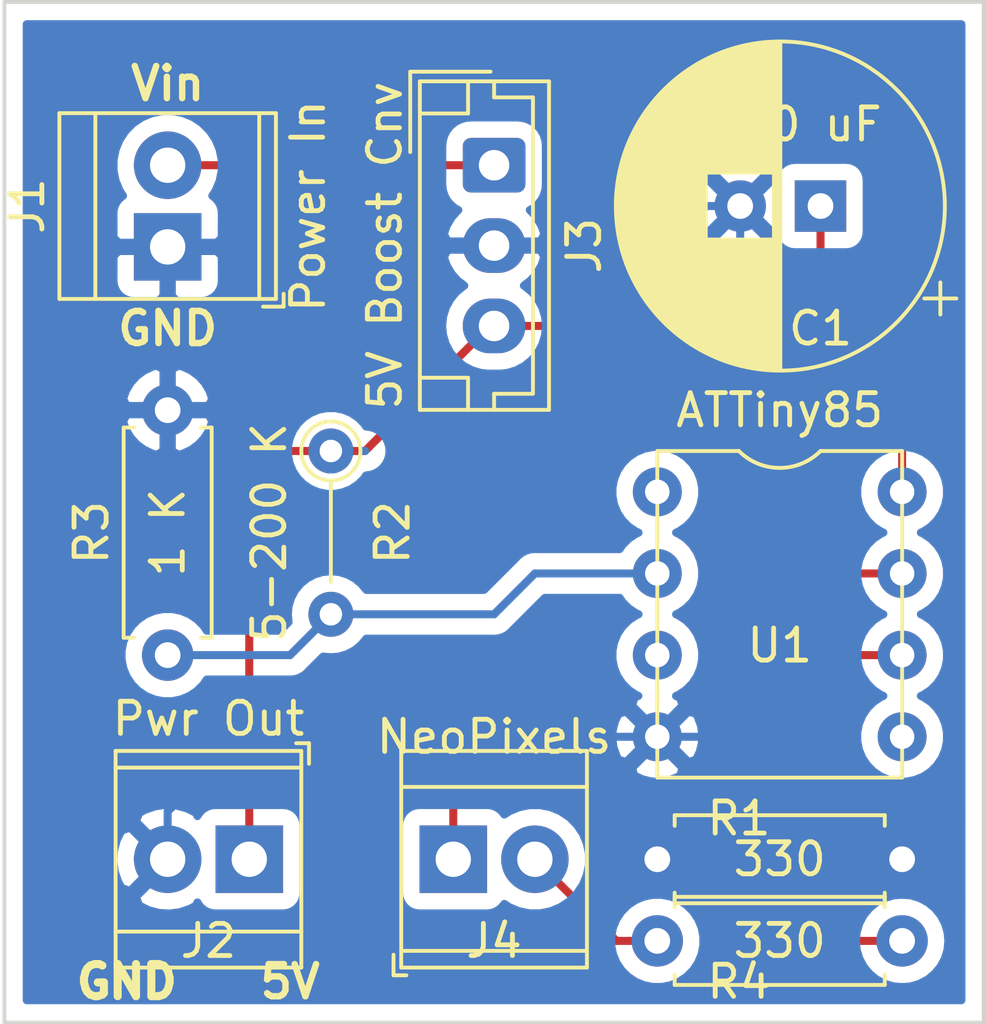
<source format=kicad_pcb>
(kicad_pcb (version 20171130) (host pcbnew "(5.1.0)-1")

  (general
    (thickness 1.6)
    (drawings 8)
    (tracks 43)
    (zones 0)
    (modules 10)
    (nets 12)
  )

  (page A4)
  (layers
    (0 F.Cu signal)
    (31 B.Cu signal)
    (32 B.Adhes user)
    (33 F.Adhes user)
    (34 B.Paste user)
    (35 F.Paste user)
    (36 B.SilkS user)
    (37 F.SilkS user)
    (38 B.Mask user)
    (39 F.Mask user)
    (40 Dwgs.User user)
    (41 Cmts.User user)
    (42 Eco1.User user)
    (43 Eco2.User user)
    (44 Edge.Cuts user)
    (45 Margin user)
    (46 B.CrtYd user)
    (47 F.CrtYd user)
    (48 B.Fab user)
    (49 F.Fab user)
  )

  (setup
    (last_trace_width 0.25)
    (trace_clearance 0.2)
    (zone_clearance 0.508)
    (zone_45_only no)
    (trace_min 0.2)
    (via_size 0.8)
    (via_drill 0.4)
    (via_min_size 0.4)
    (via_min_drill 0.3)
    (uvia_size 0.3)
    (uvia_drill 0.1)
    (uvias_allowed no)
    (uvia_min_size 0.2)
    (uvia_min_drill 0.1)
    (edge_width 0.05)
    (segment_width 0.2)
    (pcb_text_width 0.3)
    (pcb_text_size 1.5 1.5)
    (mod_edge_width 0.12)
    (mod_text_size 1 1)
    (mod_text_width 0.15)
    (pad_size 1.524 1.524)
    (pad_drill 0.762)
    (pad_to_mask_clearance 0.051)
    (solder_mask_min_width 0.25)
    (aux_axis_origin 0 0)
    (visible_elements 7FFFFFFF)
    (pcbplotparams
      (layerselection 0x010fc_ffffffff)
      (usegerberextensions false)
      (usegerberattributes false)
      (usegerberadvancedattributes false)
      (creategerberjobfile false)
      (excludeedgelayer true)
      (linewidth 0.100000)
      (plotframeref false)
      (viasonmask false)
      (mode 1)
      (useauxorigin false)
      (hpglpennumber 1)
      (hpglpenspeed 20)
      (hpglpendiameter 15.000000)
      (psnegative false)
      (psa4output false)
      (plotreference true)
      (plotvalue true)
      (plotinvisibletext false)
      (padsonsilk false)
      (subtractmaskfromsilk false)
      (outputformat 1)
      (mirror false)
      (drillshape 1)
      (scaleselection 1)
      (outputdirectory ""))
  )

  (net 0 "")
  (net 1 "Net-(C1-Pad1)")
  (net 2 GND)
  (net 3 +5V)
  (net 4 "Net-(J4-Pad1)")
  (net 5 "Net-(J4-Pad2)")
  (net 6 "Net-(R1-Pad2)")
  (net 7 "Net-(R2-Pad2)")
  (net 8 "Net-(U1-Pad5)")
  (net 9 "Net-(U1-Pad1)")
  (net 10 "Net-(U1-Pad3)")
  (net 11 "Net-(R4-Pad2)")

  (net_class Default "This is the default net class."
    (clearance 0.2)
    (trace_width 0.25)
    (via_dia 0.8)
    (via_drill 0.4)
    (uvia_dia 0.3)
    (uvia_drill 0.1)
    (add_net +5V)
    (add_net GND)
    (add_net "Net-(C1-Pad1)")
    (add_net "Net-(J4-Pad1)")
    (add_net "Net-(J4-Pad2)")
    (add_net "Net-(R1-Pad2)")
    (add_net "Net-(R2-Pad2)")
    (add_net "Net-(R4-Pad2)")
    (add_net "Net-(U1-Pad1)")
    (add_net "Net-(U1-Pad3)")
    (add_net "Net-(U1-Pad5)")
  )

  (module Resistor_THT:R_Axial_DIN0207_L6.3mm_D2.5mm_P7.62mm_Horizontal (layer F.Cu) (tedit 5AE5139B) (tstamp 5C9A1066)
    (at 76.2 104.14)
    (descr "Resistor, Axial_DIN0207 series, Axial, Horizontal, pin pitch=7.62mm, 0.25W = 1/4W, length*diameter=6.3*2.5mm^2, http://cdn-reichelt.de/documents/datenblatt/B400/1_4W%23YAG.pdf")
    (tags "Resistor Axial_DIN0207 series Axial Horizontal pin pitch 7.62mm 0.25W = 1/4W length 6.3mm diameter 2.5mm")
    (path /5C9C704A)
    (fp_text reference R4 (at 2.54 1.27) (layer F.SilkS)
      (effects (font (size 1 1) (thickness 0.15)))
    )
    (fp_text value 330 (at 3.81 0) (layer F.SilkS)
      (effects (font (size 1 1) (thickness 0.15)))
    )
    (fp_line (start 8.67 -1.5) (end -1.05 -1.5) (layer F.CrtYd) (width 0.05))
    (fp_line (start 8.67 1.5) (end 8.67 -1.5) (layer F.CrtYd) (width 0.05))
    (fp_line (start -1.05 1.5) (end 8.67 1.5) (layer F.CrtYd) (width 0.05))
    (fp_line (start -1.05 -1.5) (end -1.05 1.5) (layer F.CrtYd) (width 0.05))
    (fp_line (start 7.08 1.37) (end 7.08 1.04) (layer F.SilkS) (width 0.12))
    (fp_line (start 0.54 1.37) (end 7.08 1.37) (layer F.SilkS) (width 0.12))
    (fp_line (start 0.54 1.04) (end 0.54 1.37) (layer F.SilkS) (width 0.12))
    (fp_line (start 7.08 -1.37) (end 7.08 -1.04) (layer F.SilkS) (width 0.12))
    (fp_line (start 0.54 -1.37) (end 7.08 -1.37) (layer F.SilkS) (width 0.12))
    (fp_line (start 0.54 -1.04) (end 0.54 -1.37) (layer F.SilkS) (width 0.12))
    (fp_line (start 7.62 0) (end 6.96 0) (layer F.Fab) (width 0.1))
    (fp_line (start 0 0) (end 0.66 0) (layer F.Fab) (width 0.1))
    (fp_line (start 6.96 -1.25) (end 0.66 -1.25) (layer F.Fab) (width 0.1))
    (fp_line (start 6.96 1.25) (end 6.96 -1.25) (layer F.Fab) (width 0.1))
    (fp_line (start 0.66 1.25) (end 6.96 1.25) (layer F.Fab) (width 0.1))
    (fp_line (start 0.66 -1.25) (end 0.66 1.25) (layer F.Fab) (width 0.1))
    (pad 2 thru_hole oval (at 7.62 0) (size 1.6 1.6) (drill 0.8) (layers *.Cu *.Mask)
      (net 11 "Net-(R4-Pad2)"))
    (pad 1 thru_hole circle (at 0 0) (size 1.6 1.6) (drill 0.8) (layers *.Cu *.Mask)
      (net 5 "Net-(J4-Pad2)"))
    (model ${KISYS3DMOD}/Resistor_THT.3dshapes/R_Axial_DIN0207_L6.3mm_D2.5mm_P7.62mm_Horizontal.wrl
      (at (xyz 0 0 0))
      (scale (xyz 1 1 1))
      (rotate (xyz 0 0 0))
    )
  )

  (module Resistor_THT:R_Axial_DIN0204_L3.6mm_D1.6mm_P5.08mm_Vertical (layer F.Cu) (tedit 5AE5139B) (tstamp 5C99D7F7)
    (at 66.04 88.9 270)
    (descr "Resistor, Axial_DIN0204 series, Axial, Vertical, pin pitch=5.08mm, 0.167W, length*diameter=3.6*1.6mm^2, http://cdn-reichelt.de/documents/datenblatt/B400/1_4W%23YAG.pdf")
    (tags "Resistor Axial_DIN0204 series Axial Vertical pin pitch 5.08mm 0.167W length 3.6mm diameter 1.6mm")
    (path /5C99A799)
    (fp_text reference R2 (at 2.54 -1.92 270) (layer F.SilkS)
      (effects (font (size 1 1) (thickness 0.15)))
    )
    (fp_text value "5-200 K" (at 2.54 1.92 270) (layer F.SilkS)
      (effects (font (size 1 1) (thickness 0.15)))
    )
    (fp_circle (center 0 0) (end 0.8 0) (layer F.Fab) (width 0.1))
    (fp_circle (center 0 0) (end 0.92 0) (layer F.SilkS) (width 0.12))
    (fp_line (start 0 0) (end 5.08 0) (layer F.Fab) (width 0.1))
    (fp_line (start 0.92 0) (end 4.08 0) (layer F.SilkS) (width 0.12))
    (fp_line (start -1.05 -1.05) (end -1.05 1.05) (layer F.CrtYd) (width 0.05))
    (fp_line (start -1.05 1.05) (end 6.03 1.05) (layer F.CrtYd) (width 0.05))
    (fp_line (start 6.03 1.05) (end 6.03 -1.05) (layer F.CrtYd) (width 0.05))
    (fp_line (start 6.03 -1.05) (end -1.05 -1.05) (layer F.CrtYd) (width 0.05))
    (fp_text user %R (at 2.54 -1.92 270) (layer F.Fab)
      (effects (font (size 1 1) (thickness 0.15)))
    )
    (pad 1 thru_hole circle (at 0 0 270) (size 1.4 1.4) (drill 0.7) (layers *.Cu *.Mask)
      (net 1 "Net-(C1-Pad1)"))
    (pad 2 thru_hole oval (at 5.08 0 270) (size 1.4 1.4) (drill 0.7) (layers *.Cu *.Mask)
      (net 7 "Net-(R2-Pad2)"))
    (model ${KISYS3DMOD}/Resistor_THT.3dshapes/R_Axial_DIN0204_L3.6mm_D1.6mm_P5.08mm_Vertical.wrl
      (at (xyz 0 0 0))
      (scale (xyz 1 1 1))
      (rotate (xyz 0 0 0))
    )
  )

  (module Resistor_THT:R_Axial_DIN0207_L6.3mm_D2.5mm_P7.62mm_Horizontal (layer F.Cu) (tedit 5AE5139B) (tstamp 5C99D80E)
    (at 60.96 95.25 90)
    (descr "Resistor, Axial_DIN0207 series, Axial, Horizontal, pin pitch=7.62mm, 0.25W = 1/4W, length*diameter=6.3*2.5mm^2, http://cdn-reichelt.de/documents/datenblatt/B400/1_4W%23YAG.pdf")
    (tags "Resistor Axial_DIN0207 series Axial Horizontal pin pitch 7.62mm 0.25W = 1/4W length 6.3mm diameter 2.5mm")
    (path /5C999DDC)
    (fp_text reference R3 (at 3.81 -2.37 90) (layer F.SilkS)
      (effects (font (size 1 1) (thickness 0.15)))
    )
    (fp_text value "1 K" (at 3.81 0 90) (layer F.SilkS)
      (effects (font (size 1 1) (thickness 0.15)))
    )
    (fp_line (start 8.67 -1.5) (end -1.05 -1.5) (layer F.CrtYd) (width 0.05))
    (fp_line (start 8.67 1.5) (end 8.67 -1.5) (layer F.CrtYd) (width 0.05))
    (fp_line (start -1.05 1.5) (end 8.67 1.5) (layer F.CrtYd) (width 0.05))
    (fp_line (start -1.05 -1.5) (end -1.05 1.5) (layer F.CrtYd) (width 0.05))
    (fp_line (start 7.08 1.37) (end 7.08 1.04) (layer F.SilkS) (width 0.12))
    (fp_line (start 0.54 1.37) (end 7.08 1.37) (layer F.SilkS) (width 0.12))
    (fp_line (start 0.54 1.04) (end 0.54 1.37) (layer F.SilkS) (width 0.12))
    (fp_line (start 7.08 -1.37) (end 7.08 -1.04) (layer F.SilkS) (width 0.12))
    (fp_line (start 0.54 -1.37) (end 7.08 -1.37) (layer F.SilkS) (width 0.12))
    (fp_line (start 0.54 -1.04) (end 0.54 -1.37) (layer F.SilkS) (width 0.12))
    (fp_line (start 7.62 0) (end 6.96 0) (layer F.Fab) (width 0.1))
    (fp_line (start 0 0) (end 0.66 0) (layer F.Fab) (width 0.1))
    (fp_line (start 6.96 -1.25) (end 0.66 -1.25) (layer F.Fab) (width 0.1))
    (fp_line (start 6.96 1.25) (end 6.96 -1.25) (layer F.Fab) (width 0.1))
    (fp_line (start 0.66 1.25) (end 6.96 1.25) (layer F.Fab) (width 0.1))
    (fp_line (start 0.66 -1.25) (end 0.66 1.25) (layer F.Fab) (width 0.1))
    (pad 2 thru_hole oval (at 7.62 0 90) (size 1.6 1.6) (drill 0.8) (layers *.Cu *.Mask)
      (net 2 GND))
    (pad 1 thru_hole circle (at 0 0 90) (size 1.6 1.6) (drill 0.8) (layers *.Cu *.Mask)
      (net 7 "Net-(R2-Pad2)"))
    (model ${KISYS3DMOD}/Resistor_THT.3dshapes/R_Axial_DIN0207_L6.3mm_D2.5mm_P7.62mm_Horizontal.wrl
      (at (xyz 0 0 0))
      (scale (xyz 1 1 1))
      (rotate (xyz 0 0 0))
    )
  )

  (module Capacitor_THT:CP_Radial_D10.0mm_P2.50mm (layer F.Cu) (tedit 5AE50EF1) (tstamp 5C99D750)
    (at 81.28 81.28 180)
    (descr "CP, Radial series, Radial, pin pitch=2.50mm, , diameter=10mm, Electrolytic Capacitor")
    (tags "CP Radial series Radial pin pitch 2.50mm  diameter 10mm Electrolytic Capacitor")
    (path /5C9978B5)
    (fp_text reference C1 (at 0 -3.81 180) (layer F.SilkS)
      (effects (font (size 1 1) (thickness 0.15)))
    )
    (fp_text value "1000 uF" (at 1.27 2.54 180) (layer F.SilkS)
      (effects (font (size 1 1) (thickness 0.15)))
    )
    (fp_text user %R (at 1.25 0 180) (layer F.Fab)
      (effects (font (size 1 1) (thickness 0.15)))
    )
    (fp_line (start -3.729646 -3.375) (end -3.729646 -2.375) (layer F.SilkS) (width 0.12))
    (fp_line (start -4.229646 -2.875) (end -3.229646 -2.875) (layer F.SilkS) (width 0.12))
    (fp_line (start 6.331 -0.599) (end 6.331 0.599) (layer F.SilkS) (width 0.12))
    (fp_line (start 6.291 -0.862) (end 6.291 0.862) (layer F.SilkS) (width 0.12))
    (fp_line (start 6.251 -1.062) (end 6.251 1.062) (layer F.SilkS) (width 0.12))
    (fp_line (start 6.211 -1.23) (end 6.211 1.23) (layer F.SilkS) (width 0.12))
    (fp_line (start 6.171 -1.378) (end 6.171 1.378) (layer F.SilkS) (width 0.12))
    (fp_line (start 6.131 -1.51) (end 6.131 1.51) (layer F.SilkS) (width 0.12))
    (fp_line (start 6.091 -1.63) (end 6.091 1.63) (layer F.SilkS) (width 0.12))
    (fp_line (start 6.051 -1.742) (end 6.051 1.742) (layer F.SilkS) (width 0.12))
    (fp_line (start 6.011 -1.846) (end 6.011 1.846) (layer F.SilkS) (width 0.12))
    (fp_line (start 5.971 -1.944) (end 5.971 1.944) (layer F.SilkS) (width 0.12))
    (fp_line (start 5.931 -2.037) (end 5.931 2.037) (layer F.SilkS) (width 0.12))
    (fp_line (start 5.891 -2.125) (end 5.891 2.125) (layer F.SilkS) (width 0.12))
    (fp_line (start 5.851 -2.209) (end 5.851 2.209) (layer F.SilkS) (width 0.12))
    (fp_line (start 5.811 -2.289) (end 5.811 2.289) (layer F.SilkS) (width 0.12))
    (fp_line (start 5.771 -2.365) (end 5.771 2.365) (layer F.SilkS) (width 0.12))
    (fp_line (start 5.731 -2.439) (end 5.731 2.439) (layer F.SilkS) (width 0.12))
    (fp_line (start 5.691 -2.51) (end 5.691 2.51) (layer F.SilkS) (width 0.12))
    (fp_line (start 5.651 -2.579) (end 5.651 2.579) (layer F.SilkS) (width 0.12))
    (fp_line (start 5.611 -2.645) (end 5.611 2.645) (layer F.SilkS) (width 0.12))
    (fp_line (start 5.571 -2.709) (end 5.571 2.709) (layer F.SilkS) (width 0.12))
    (fp_line (start 5.531 -2.77) (end 5.531 2.77) (layer F.SilkS) (width 0.12))
    (fp_line (start 5.491 -2.83) (end 5.491 2.83) (layer F.SilkS) (width 0.12))
    (fp_line (start 5.451 -2.889) (end 5.451 2.889) (layer F.SilkS) (width 0.12))
    (fp_line (start 5.411 -2.945) (end 5.411 2.945) (layer F.SilkS) (width 0.12))
    (fp_line (start 5.371 -3) (end 5.371 3) (layer F.SilkS) (width 0.12))
    (fp_line (start 5.331 -3.054) (end 5.331 3.054) (layer F.SilkS) (width 0.12))
    (fp_line (start 5.291 -3.106) (end 5.291 3.106) (layer F.SilkS) (width 0.12))
    (fp_line (start 5.251 -3.156) (end 5.251 3.156) (layer F.SilkS) (width 0.12))
    (fp_line (start 5.211 -3.206) (end 5.211 3.206) (layer F.SilkS) (width 0.12))
    (fp_line (start 5.171 -3.254) (end 5.171 3.254) (layer F.SilkS) (width 0.12))
    (fp_line (start 5.131 -3.301) (end 5.131 3.301) (layer F.SilkS) (width 0.12))
    (fp_line (start 5.091 -3.347) (end 5.091 3.347) (layer F.SilkS) (width 0.12))
    (fp_line (start 5.051 -3.392) (end 5.051 3.392) (layer F.SilkS) (width 0.12))
    (fp_line (start 5.011 -3.436) (end 5.011 3.436) (layer F.SilkS) (width 0.12))
    (fp_line (start 4.971 -3.478) (end 4.971 3.478) (layer F.SilkS) (width 0.12))
    (fp_line (start 4.931 -3.52) (end 4.931 3.52) (layer F.SilkS) (width 0.12))
    (fp_line (start 4.891 -3.561) (end 4.891 3.561) (layer F.SilkS) (width 0.12))
    (fp_line (start 4.851 -3.601) (end 4.851 3.601) (layer F.SilkS) (width 0.12))
    (fp_line (start 4.811 -3.64) (end 4.811 3.64) (layer F.SilkS) (width 0.12))
    (fp_line (start 4.771 -3.679) (end 4.771 3.679) (layer F.SilkS) (width 0.12))
    (fp_line (start 4.731 -3.716) (end 4.731 3.716) (layer F.SilkS) (width 0.12))
    (fp_line (start 4.691 -3.753) (end 4.691 3.753) (layer F.SilkS) (width 0.12))
    (fp_line (start 4.651 -3.789) (end 4.651 3.789) (layer F.SilkS) (width 0.12))
    (fp_line (start 4.611 -3.824) (end 4.611 3.824) (layer F.SilkS) (width 0.12))
    (fp_line (start 4.571 -3.858) (end 4.571 3.858) (layer F.SilkS) (width 0.12))
    (fp_line (start 4.531 -3.892) (end 4.531 3.892) (layer F.SilkS) (width 0.12))
    (fp_line (start 4.491 -3.925) (end 4.491 3.925) (layer F.SilkS) (width 0.12))
    (fp_line (start 4.451 -3.957) (end 4.451 3.957) (layer F.SilkS) (width 0.12))
    (fp_line (start 4.411 -3.989) (end 4.411 3.989) (layer F.SilkS) (width 0.12))
    (fp_line (start 4.371 -4.02) (end 4.371 4.02) (layer F.SilkS) (width 0.12))
    (fp_line (start 4.331 -4.05) (end 4.331 4.05) (layer F.SilkS) (width 0.12))
    (fp_line (start 4.291 -4.08) (end 4.291 4.08) (layer F.SilkS) (width 0.12))
    (fp_line (start 4.251 -4.11) (end 4.251 4.11) (layer F.SilkS) (width 0.12))
    (fp_line (start 4.211 -4.138) (end 4.211 4.138) (layer F.SilkS) (width 0.12))
    (fp_line (start 4.171 -4.166) (end 4.171 4.166) (layer F.SilkS) (width 0.12))
    (fp_line (start 4.131 -4.194) (end 4.131 4.194) (layer F.SilkS) (width 0.12))
    (fp_line (start 4.091 -4.221) (end 4.091 4.221) (layer F.SilkS) (width 0.12))
    (fp_line (start 4.051 -4.247) (end 4.051 4.247) (layer F.SilkS) (width 0.12))
    (fp_line (start 4.011 -4.273) (end 4.011 4.273) (layer F.SilkS) (width 0.12))
    (fp_line (start 3.971 -4.298) (end 3.971 4.298) (layer F.SilkS) (width 0.12))
    (fp_line (start 3.931 -4.323) (end 3.931 4.323) (layer F.SilkS) (width 0.12))
    (fp_line (start 3.891 -4.347) (end 3.891 4.347) (layer F.SilkS) (width 0.12))
    (fp_line (start 3.851 -4.371) (end 3.851 4.371) (layer F.SilkS) (width 0.12))
    (fp_line (start 3.811 -4.395) (end 3.811 4.395) (layer F.SilkS) (width 0.12))
    (fp_line (start 3.771 -4.417) (end 3.771 4.417) (layer F.SilkS) (width 0.12))
    (fp_line (start 3.731 -4.44) (end 3.731 4.44) (layer F.SilkS) (width 0.12))
    (fp_line (start 3.691 -4.462) (end 3.691 4.462) (layer F.SilkS) (width 0.12))
    (fp_line (start 3.651 -4.483) (end 3.651 4.483) (layer F.SilkS) (width 0.12))
    (fp_line (start 3.611 -4.504) (end 3.611 4.504) (layer F.SilkS) (width 0.12))
    (fp_line (start 3.571 -4.525) (end 3.571 4.525) (layer F.SilkS) (width 0.12))
    (fp_line (start 3.531 1.04) (end 3.531 4.545) (layer F.SilkS) (width 0.12))
    (fp_line (start 3.531 -4.545) (end 3.531 -1.04) (layer F.SilkS) (width 0.12))
    (fp_line (start 3.491 1.04) (end 3.491 4.564) (layer F.SilkS) (width 0.12))
    (fp_line (start 3.491 -4.564) (end 3.491 -1.04) (layer F.SilkS) (width 0.12))
    (fp_line (start 3.451 1.04) (end 3.451 4.584) (layer F.SilkS) (width 0.12))
    (fp_line (start 3.451 -4.584) (end 3.451 -1.04) (layer F.SilkS) (width 0.12))
    (fp_line (start 3.411 1.04) (end 3.411 4.603) (layer F.SilkS) (width 0.12))
    (fp_line (start 3.411 -4.603) (end 3.411 -1.04) (layer F.SilkS) (width 0.12))
    (fp_line (start 3.371 1.04) (end 3.371 4.621) (layer F.SilkS) (width 0.12))
    (fp_line (start 3.371 -4.621) (end 3.371 -1.04) (layer F.SilkS) (width 0.12))
    (fp_line (start 3.331 1.04) (end 3.331 4.639) (layer F.SilkS) (width 0.12))
    (fp_line (start 3.331 -4.639) (end 3.331 -1.04) (layer F.SilkS) (width 0.12))
    (fp_line (start 3.291 1.04) (end 3.291 4.657) (layer F.SilkS) (width 0.12))
    (fp_line (start 3.291 -4.657) (end 3.291 -1.04) (layer F.SilkS) (width 0.12))
    (fp_line (start 3.251 1.04) (end 3.251 4.674) (layer F.SilkS) (width 0.12))
    (fp_line (start 3.251 -4.674) (end 3.251 -1.04) (layer F.SilkS) (width 0.12))
    (fp_line (start 3.211 1.04) (end 3.211 4.69) (layer F.SilkS) (width 0.12))
    (fp_line (start 3.211 -4.69) (end 3.211 -1.04) (layer F.SilkS) (width 0.12))
    (fp_line (start 3.171 1.04) (end 3.171 4.707) (layer F.SilkS) (width 0.12))
    (fp_line (start 3.171 -4.707) (end 3.171 -1.04) (layer F.SilkS) (width 0.12))
    (fp_line (start 3.131 1.04) (end 3.131 4.723) (layer F.SilkS) (width 0.12))
    (fp_line (start 3.131 -4.723) (end 3.131 -1.04) (layer F.SilkS) (width 0.12))
    (fp_line (start 3.091 1.04) (end 3.091 4.738) (layer F.SilkS) (width 0.12))
    (fp_line (start 3.091 -4.738) (end 3.091 -1.04) (layer F.SilkS) (width 0.12))
    (fp_line (start 3.051 1.04) (end 3.051 4.754) (layer F.SilkS) (width 0.12))
    (fp_line (start 3.051 -4.754) (end 3.051 -1.04) (layer F.SilkS) (width 0.12))
    (fp_line (start 3.011 1.04) (end 3.011 4.768) (layer F.SilkS) (width 0.12))
    (fp_line (start 3.011 -4.768) (end 3.011 -1.04) (layer F.SilkS) (width 0.12))
    (fp_line (start 2.971 1.04) (end 2.971 4.783) (layer F.SilkS) (width 0.12))
    (fp_line (start 2.971 -4.783) (end 2.971 -1.04) (layer F.SilkS) (width 0.12))
    (fp_line (start 2.931 1.04) (end 2.931 4.797) (layer F.SilkS) (width 0.12))
    (fp_line (start 2.931 -4.797) (end 2.931 -1.04) (layer F.SilkS) (width 0.12))
    (fp_line (start 2.891 1.04) (end 2.891 4.811) (layer F.SilkS) (width 0.12))
    (fp_line (start 2.891 -4.811) (end 2.891 -1.04) (layer F.SilkS) (width 0.12))
    (fp_line (start 2.851 1.04) (end 2.851 4.824) (layer F.SilkS) (width 0.12))
    (fp_line (start 2.851 -4.824) (end 2.851 -1.04) (layer F.SilkS) (width 0.12))
    (fp_line (start 2.811 1.04) (end 2.811 4.837) (layer F.SilkS) (width 0.12))
    (fp_line (start 2.811 -4.837) (end 2.811 -1.04) (layer F.SilkS) (width 0.12))
    (fp_line (start 2.771 1.04) (end 2.771 4.85) (layer F.SilkS) (width 0.12))
    (fp_line (start 2.771 -4.85) (end 2.771 -1.04) (layer F.SilkS) (width 0.12))
    (fp_line (start 2.731 1.04) (end 2.731 4.862) (layer F.SilkS) (width 0.12))
    (fp_line (start 2.731 -4.862) (end 2.731 -1.04) (layer F.SilkS) (width 0.12))
    (fp_line (start 2.691 1.04) (end 2.691 4.874) (layer F.SilkS) (width 0.12))
    (fp_line (start 2.691 -4.874) (end 2.691 -1.04) (layer F.SilkS) (width 0.12))
    (fp_line (start 2.651 1.04) (end 2.651 4.885) (layer F.SilkS) (width 0.12))
    (fp_line (start 2.651 -4.885) (end 2.651 -1.04) (layer F.SilkS) (width 0.12))
    (fp_line (start 2.611 1.04) (end 2.611 4.897) (layer F.SilkS) (width 0.12))
    (fp_line (start 2.611 -4.897) (end 2.611 -1.04) (layer F.SilkS) (width 0.12))
    (fp_line (start 2.571 1.04) (end 2.571 4.907) (layer F.SilkS) (width 0.12))
    (fp_line (start 2.571 -4.907) (end 2.571 -1.04) (layer F.SilkS) (width 0.12))
    (fp_line (start 2.531 1.04) (end 2.531 4.918) (layer F.SilkS) (width 0.12))
    (fp_line (start 2.531 -4.918) (end 2.531 -1.04) (layer F.SilkS) (width 0.12))
    (fp_line (start 2.491 1.04) (end 2.491 4.928) (layer F.SilkS) (width 0.12))
    (fp_line (start 2.491 -4.928) (end 2.491 -1.04) (layer F.SilkS) (width 0.12))
    (fp_line (start 2.451 1.04) (end 2.451 4.938) (layer F.SilkS) (width 0.12))
    (fp_line (start 2.451 -4.938) (end 2.451 -1.04) (layer F.SilkS) (width 0.12))
    (fp_line (start 2.411 1.04) (end 2.411 4.947) (layer F.SilkS) (width 0.12))
    (fp_line (start 2.411 -4.947) (end 2.411 -1.04) (layer F.SilkS) (width 0.12))
    (fp_line (start 2.371 1.04) (end 2.371 4.956) (layer F.SilkS) (width 0.12))
    (fp_line (start 2.371 -4.956) (end 2.371 -1.04) (layer F.SilkS) (width 0.12))
    (fp_line (start 2.331 1.04) (end 2.331 4.965) (layer F.SilkS) (width 0.12))
    (fp_line (start 2.331 -4.965) (end 2.331 -1.04) (layer F.SilkS) (width 0.12))
    (fp_line (start 2.291 1.04) (end 2.291 4.974) (layer F.SilkS) (width 0.12))
    (fp_line (start 2.291 -4.974) (end 2.291 -1.04) (layer F.SilkS) (width 0.12))
    (fp_line (start 2.251 1.04) (end 2.251 4.982) (layer F.SilkS) (width 0.12))
    (fp_line (start 2.251 -4.982) (end 2.251 -1.04) (layer F.SilkS) (width 0.12))
    (fp_line (start 2.211 1.04) (end 2.211 4.99) (layer F.SilkS) (width 0.12))
    (fp_line (start 2.211 -4.99) (end 2.211 -1.04) (layer F.SilkS) (width 0.12))
    (fp_line (start 2.171 1.04) (end 2.171 4.997) (layer F.SilkS) (width 0.12))
    (fp_line (start 2.171 -4.997) (end 2.171 -1.04) (layer F.SilkS) (width 0.12))
    (fp_line (start 2.131 1.04) (end 2.131 5.004) (layer F.SilkS) (width 0.12))
    (fp_line (start 2.131 -5.004) (end 2.131 -1.04) (layer F.SilkS) (width 0.12))
    (fp_line (start 2.091 1.04) (end 2.091 5.011) (layer F.SilkS) (width 0.12))
    (fp_line (start 2.091 -5.011) (end 2.091 -1.04) (layer F.SilkS) (width 0.12))
    (fp_line (start 2.051 1.04) (end 2.051 5.018) (layer F.SilkS) (width 0.12))
    (fp_line (start 2.051 -5.018) (end 2.051 -1.04) (layer F.SilkS) (width 0.12))
    (fp_line (start 2.011 1.04) (end 2.011 5.024) (layer F.SilkS) (width 0.12))
    (fp_line (start 2.011 -5.024) (end 2.011 -1.04) (layer F.SilkS) (width 0.12))
    (fp_line (start 1.971 1.04) (end 1.971 5.03) (layer F.SilkS) (width 0.12))
    (fp_line (start 1.971 -5.03) (end 1.971 -1.04) (layer F.SilkS) (width 0.12))
    (fp_line (start 1.93 1.04) (end 1.93 5.035) (layer F.SilkS) (width 0.12))
    (fp_line (start 1.93 -5.035) (end 1.93 -1.04) (layer F.SilkS) (width 0.12))
    (fp_line (start 1.89 1.04) (end 1.89 5.04) (layer F.SilkS) (width 0.12))
    (fp_line (start 1.89 -5.04) (end 1.89 -1.04) (layer F.SilkS) (width 0.12))
    (fp_line (start 1.85 1.04) (end 1.85 5.045) (layer F.SilkS) (width 0.12))
    (fp_line (start 1.85 -5.045) (end 1.85 -1.04) (layer F.SilkS) (width 0.12))
    (fp_line (start 1.81 1.04) (end 1.81 5.05) (layer F.SilkS) (width 0.12))
    (fp_line (start 1.81 -5.05) (end 1.81 -1.04) (layer F.SilkS) (width 0.12))
    (fp_line (start 1.77 1.04) (end 1.77 5.054) (layer F.SilkS) (width 0.12))
    (fp_line (start 1.77 -5.054) (end 1.77 -1.04) (layer F.SilkS) (width 0.12))
    (fp_line (start 1.73 1.04) (end 1.73 5.058) (layer F.SilkS) (width 0.12))
    (fp_line (start 1.73 -5.058) (end 1.73 -1.04) (layer F.SilkS) (width 0.12))
    (fp_line (start 1.69 1.04) (end 1.69 5.062) (layer F.SilkS) (width 0.12))
    (fp_line (start 1.69 -5.062) (end 1.69 -1.04) (layer F.SilkS) (width 0.12))
    (fp_line (start 1.65 1.04) (end 1.65 5.065) (layer F.SilkS) (width 0.12))
    (fp_line (start 1.65 -5.065) (end 1.65 -1.04) (layer F.SilkS) (width 0.12))
    (fp_line (start 1.61 1.04) (end 1.61 5.068) (layer F.SilkS) (width 0.12))
    (fp_line (start 1.61 -5.068) (end 1.61 -1.04) (layer F.SilkS) (width 0.12))
    (fp_line (start 1.57 1.04) (end 1.57 5.07) (layer F.SilkS) (width 0.12))
    (fp_line (start 1.57 -5.07) (end 1.57 -1.04) (layer F.SilkS) (width 0.12))
    (fp_line (start 1.53 1.04) (end 1.53 5.073) (layer F.SilkS) (width 0.12))
    (fp_line (start 1.53 -5.073) (end 1.53 -1.04) (layer F.SilkS) (width 0.12))
    (fp_line (start 1.49 1.04) (end 1.49 5.075) (layer F.SilkS) (width 0.12))
    (fp_line (start 1.49 -5.075) (end 1.49 -1.04) (layer F.SilkS) (width 0.12))
    (fp_line (start 1.45 -5.077) (end 1.45 5.077) (layer F.SilkS) (width 0.12))
    (fp_line (start 1.41 -5.078) (end 1.41 5.078) (layer F.SilkS) (width 0.12))
    (fp_line (start 1.37 -5.079) (end 1.37 5.079) (layer F.SilkS) (width 0.12))
    (fp_line (start 1.33 -5.08) (end 1.33 5.08) (layer F.SilkS) (width 0.12))
    (fp_line (start 1.29 -5.08) (end 1.29 5.08) (layer F.SilkS) (width 0.12))
    (fp_line (start 1.25 -5.08) (end 1.25 5.08) (layer F.SilkS) (width 0.12))
    (fp_line (start -2.538861 -2.6875) (end -2.538861 -1.6875) (layer F.Fab) (width 0.1))
    (fp_line (start -3.038861 -2.1875) (end -2.038861 -2.1875) (layer F.Fab) (width 0.1))
    (fp_circle (center 1.25 0) (end 6.5 0) (layer F.CrtYd) (width 0.05))
    (fp_circle (center 1.25 0) (end 6.37 0) (layer F.SilkS) (width 0.12))
    (fp_circle (center 1.25 0) (end 6.25 0) (layer F.Fab) (width 0.1))
    (pad 2 thru_hole circle (at 2.5 0 180) (size 1.6 1.6) (drill 0.8) (layers *.Cu *.Mask)
      (net 2 GND))
    (pad 1 thru_hole rect (at 0 0 180) (size 1.6 1.6) (drill 0.8) (layers *.Cu *.Mask)
      (net 1 "Net-(C1-Pad1)"))
    (model ${KISYS3DMOD}/Capacitor_THT.3dshapes/CP_Radial_D10.0mm_P2.50mm.wrl
      (at (xyz 0 0 0))
      (scale (xyz 1 1 1))
      (rotate (xyz 0 0 0))
    )
  )

  (module TerminalBlock_TE-Connectivity:TerminalBlock_TE_282834-2_1x02_P2.54mm_Horizontal (layer F.Cu) (tedit 5B1EC513) (tstamp 5C99D770)
    (at 60.96 82.55 90)
    (descr "Terminal Block TE 282834-2, 2 pins, pitch 2.54mm, size 5.54x6.5mm^2, drill diamater 1.1mm, pad diameter 2.1mm, see http://www.te.com/commerce/DocumentDelivery/DDEController?Action=showdoc&DocId=Customer+Drawing%7F282834%7FC1%7Fpdf%7FEnglish%7FENG_CD_282834_C1.pdf, script-generated using https://github.com/pointhi/kicad-footprint-generator/scripts/TerminalBlock_TE-Connectivity")
    (tags "THT Terminal Block TE 282834-2 pitch 2.54mm size 5.54x6.5mm^2 drill 1.1mm pad 2.1mm")
    (path /5C998BEF)
    (fp_text reference J1 (at 1.27 -4.37 90) (layer F.SilkS)
      (effects (font (size 1 1) (thickness 0.15)))
    )
    (fp_text value "Power In" (at 1.27 4.37 90) (layer F.SilkS)
      (effects (font (size 1 1) (thickness 0.15)))
    )
    (fp_circle (center 0 0) (end 1.1 0) (layer F.Fab) (width 0.1))
    (fp_circle (center 2.54 0) (end 3.64 0) (layer F.Fab) (width 0.1))
    (fp_line (start -1.5 -3.25) (end 4.04 -3.25) (layer F.Fab) (width 0.1))
    (fp_line (start 4.04 -3.25) (end 4.04 3.25) (layer F.Fab) (width 0.1))
    (fp_line (start 4.04 3.25) (end -1.1 3.25) (layer F.Fab) (width 0.1))
    (fp_line (start -1.1 3.25) (end -1.5 2.85) (layer F.Fab) (width 0.1))
    (fp_line (start -1.5 2.85) (end -1.5 -3.25) (layer F.Fab) (width 0.1))
    (fp_line (start -1.5 2.85) (end 4.04 2.85) (layer F.Fab) (width 0.1))
    (fp_line (start -1.62 2.85) (end 4.16 2.85) (layer F.SilkS) (width 0.12))
    (fp_line (start -1.5 -2.25) (end 4.04 -2.25) (layer F.Fab) (width 0.1))
    (fp_line (start -1.62 -2.25) (end 4.16 -2.25) (layer F.SilkS) (width 0.12))
    (fp_line (start -1.62 -3.37) (end 4.16 -3.37) (layer F.SilkS) (width 0.12))
    (fp_line (start -1.62 3.37) (end 4.16 3.37) (layer F.SilkS) (width 0.12))
    (fp_line (start -1.62 -3.37) (end -1.62 3.37) (layer F.SilkS) (width 0.12))
    (fp_line (start 4.16 -3.37) (end 4.16 3.37) (layer F.SilkS) (width 0.12))
    (fp_line (start 0.835 -0.7) (end -0.701 0.835) (layer F.Fab) (width 0.1))
    (fp_line (start 0.701 -0.835) (end -0.835 0.7) (layer F.Fab) (width 0.1))
    (fp_line (start 3.375 -0.7) (end 1.84 0.835) (layer F.Fab) (width 0.1))
    (fp_line (start 3.241 -0.835) (end 1.706 0.7) (layer F.Fab) (width 0.1))
    (fp_line (start -1.86 2.97) (end -1.86 3.61) (layer F.SilkS) (width 0.12))
    (fp_line (start -1.86 3.61) (end -1.46 3.61) (layer F.SilkS) (width 0.12))
    (fp_line (start -2 -3.75) (end -2 3.75) (layer F.CrtYd) (width 0.05))
    (fp_line (start -2 3.75) (end 4.54 3.75) (layer F.CrtYd) (width 0.05))
    (fp_line (start 4.54 3.75) (end 4.54 -3.75) (layer F.CrtYd) (width 0.05))
    (fp_line (start 4.54 -3.75) (end -2 -3.75) (layer F.CrtYd) (width 0.05))
    (fp_text user %R (at 1.27 2 90) (layer F.Fab)
      (effects (font (size 1 1) (thickness 0.15)))
    )
    (pad 1 thru_hole rect (at 0 0 90) (size 2.1 2.1) (drill 1.1) (layers *.Cu *.Mask)
      (net 2 GND))
    (pad 2 thru_hole circle (at 2.54 0 90) (size 2.1 2.1) (drill 1.1) (layers *.Cu *.Mask)
      (net 3 +5V))
    (model ${KISYS3DMOD}/TerminalBlock_TE-Connectivity.3dshapes/TerminalBlock_TE_282834-2_1x02_P2.54mm_Horizontal.wrl
      (at (xyz 0 0 0))
      (scale (xyz 1 1 1))
      (rotate (xyz 0 0 0))
    )
  )

  (module TerminalBlock_TE-Connectivity:TerminalBlock_TE_282834-2_1x02_P2.54mm_Horizontal (layer F.Cu) (tedit 5B1EC513) (tstamp 5C99D790)
    (at 63.5 101.6 180)
    (descr "Terminal Block TE 282834-2, 2 pins, pitch 2.54mm, size 5.54x6.5mm^2, drill diamater 1.1mm, pad diameter 2.1mm, see http://www.te.com/commerce/DocumentDelivery/DDEController?Action=showdoc&DocId=Customer+Drawing%7F282834%7FC1%7Fpdf%7FEnglish%7FENG_CD_282834_C1.pdf, script-generated using https://github.com/pointhi/kicad-footprint-generator/scripts/TerminalBlock_TE-Connectivity")
    (tags "THT Terminal Block TE 282834-2 pitch 2.54mm size 5.54x6.5mm^2 drill 1.1mm pad 2.1mm")
    (path /5C999098)
    (fp_text reference J2 (at 1.27 -2.54 180) (layer F.SilkS)
      (effects (font (size 1 1) (thickness 0.15)))
    )
    (fp_text value "Pwr Out" (at 1.27 4.37 180) (layer F.SilkS)
      (effects (font (size 1 1) (thickness 0.15)))
    )
    (fp_line (start 4.54 -3.75) (end -2 -3.75) (layer F.CrtYd) (width 0.05))
    (fp_line (start 4.54 3.75) (end 4.54 -3.75) (layer F.CrtYd) (width 0.05))
    (fp_line (start -2 3.75) (end 4.54 3.75) (layer F.CrtYd) (width 0.05))
    (fp_line (start -2 -3.75) (end -2 3.75) (layer F.CrtYd) (width 0.05))
    (fp_line (start -1.86 3.61) (end -1.46 3.61) (layer F.SilkS) (width 0.12))
    (fp_line (start -1.86 2.97) (end -1.86 3.61) (layer F.SilkS) (width 0.12))
    (fp_line (start 3.241 -0.835) (end 1.706 0.7) (layer F.Fab) (width 0.1))
    (fp_line (start 3.375 -0.7) (end 1.84 0.835) (layer F.Fab) (width 0.1))
    (fp_line (start 0.701 -0.835) (end -0.835 0.7) (layer F.Fab) (width 0.1))
    (fp_line (start 0.835 -0.7) (end -0.701 0.835) (layer F.Fab) (width 0.1))
    (fp_line (start 4.16 -3.37) (end 4.16 3.37) (layer F.SilkS) (width 0.12))
    (fp_line (start -1.62 -3.37) (end -1.62 3.37) (layer F.SilkS) (width 0.12))
    (fp_line (start -1.62 3.37) (end 4.16 3.37) (layer F.SilkS) (width 0.12))
    (fp_line (start -1.62 -3.37) (end 4.16 -3.37) (layer F.SilkS) (width 0.12))
    (fp_line (start -1.62 -2.25) (end 4.16 -2.25) (layer F.SilkS) (width 0.12))
    (fp_line (start -1.5 -2.25) (end 4.04 -2.25) (layer F.Fab) (width 0.1))
    (fp_line (start -1.62 2.85) (end 4.16 2.85) (layer F.SilkS) (width 0.12))
    (fp_line (start -1.5 2.85) (end 4.04 2.85) (layer F.Fab) (width 0.1))
    (fp_line (start -1.5 2.85) (end -1.5 -3.25) (layer F.Fab) (width 0.1))
    (fp_line (start -1.1 3.25) (end -1.5 2.85) (layer F.Fab) (width 0.1))
    (fp_line (start 4.04 3.25) (end -1.1 3.25) (layer F.Fab) (width 0.1))
    (fp_line (start 4.04 -3.25) (end 4.04 3.25) (layer F.Fab) (width 0.1))
    (fp_line (start -1.5 -3.25) (end 4.04 -3.25) (layer F.Fab) (width 0.1))
    (fp_circle (center 2.54 0) (end 3.64 0) (layer F.Fab) (width 0.1))
    (fp_circle (center 0 0) (end 1.1 0) (layer F.Fab) (width 0.1))
    (pad 2 thru_hole circle (at 2.54 0 180) (size 2.1 2.1) (drill 1.1) (layers *.Cu *.Mask)
      (net 2 GND))
    (pad 1 thru_hole rect (at 0 0 180) (size 2.1 2.1) (drill 1.1) (layers *.Cu *.Mask)
      (net 1 "Net-(C1-Pad1)"))
    (model ${KISYS3DMOD}/TerminalBlock_TE-Connectivity.3dshapes/TerminalBlock_TE_282834-2_1x02_P2.54mm_Horizontal.wrl
      (at (xyz 0 0 0))
      (scale (xyz 1 1 1))
      (rotate (xyz 0 0 0))
    )
  )

  (module Connector_JST:JST_EH_B3B-EH-A_1x03_P2.50mm_Vertical (layer F.Cu) (tedit 5C28142C) (tstamp 5C99D7B1)
    (at 71.12 80.01 270)
    (descr "JST EH series connector, B3B-EH-A (http://www.jst-mfg.com/product/pdf/eng/eEH.pdf), generated with kicad-footprint-generator")
    (tags "connector JST EH vertical")
    (path /5C99B75E)
    (fp_text reference J3 (at 2.5 -2.8 270) (layer F.SilkS)
      (effects (font (size 1 1) (thickness 0.15)))
    )
    (fp_text value "5V Boost Cnv" (at 2.5 3.4 270) (layer F.SilkS)
      (effects (font (size 1 1) (thickness 0.15)))
    )
    (fp_text user %R (at 2.5 1.5 270) (layer F.Fab)
      (effects (font (size 1 1) (thickness 0.15)))
    )
    (fp_line (start -2.91 2.61) (end -0.41 2.61) (layer F.Fab) (width 0.1))
    (fp_line (start -2.91 0.11) (end -2.91 2.61) (layer F.Fab) (width 0.1))
    (fp_line (start -2.91 2.61) (end -0.41 2.61) (layer F.SilkS) (width 0.12))
    (fp_line (start -2.91 0.11) (end -2.91 2.61) (layer F.SilkS) (width 0.12))
    (fp_line (start 6.61 0.81) (end 6.61 2.31) (layer F.SilkS) (width 0.12))
    (fp_line (start 7.61 0.81) (end 6.61 0.81) (layer F.SilkS) (width 0.12))
    (fp_line (start -1.61 0.81) (end -1.61 2.31) (layer F.SilkS) (width 0.12))
    (fp_line (start -2.61 0.81) (end -1.61 0.81) (layer F.SilkS) (width 0.12))
    (fp_line (start 7.11 0) (end 7.61 0) (layer F.SilkS) (width 0.12))
    (fp_line (start 7.11 -1.21) (end 7.11 0) (layer F.SilkS) (width 0.12))
    (fp_line (start -2.11 -1.21) (end 7.11 -1.21) (layer F.SilkS) (width 0.12))
    (fp_line (start -2.11 0) (end -2.11 -1.21) (layer F.SilkS) (width 0.12))
    (fp_line (start -2.61 0) (end -2.11 0) (layer F.SilkS) (width 0.12))
    (fp_line (start 7.61 -1.71) (end -2.61 -1.71) (layer F.SilkS) (width 0.12))
    (fp_line (start 7.61 2.31) (end 7.61 -1.71) (layer F.SilkS) (width 0.12))
    (fp_line (start -2.61 2.31) (end 7.61 2.31) (layer F.SilkS) (width 0.12))
    (fp_line (start -2.61 -1.71) (end -2.61 2.31) (layer F.SilkS) (width 0.12))
    (fp_line (start 8 -2.1) (end -3 -2.1) (layer F.CrtYd) (width 0.05))
    (fp_line (start 8 2.7) (end 8 -2.1) (layer F.CrtYd) (width 0.05))
    (fp_line (start -3 2.7) (end 8 2.7) (layer F.CrtYd) (width 0.05))
    (fp_line (start -3 -2.1) (end -3 2.7) (layer F.CrtYd) (width 0.05))
    (fp_line (start 7.5 -1.6) (end -2.5 -1.6) (layer F.Fab) (width 0.1))
    (fp_line (start 7.5 2.2) (end 7.5 -1.6) (layer F.Fab) (width 0.1))
    (fp_line (start -2.5 2.2) (end 7.5 2.2) (layer F.Fab) (width 0.1))
    (fp_line (start -2.5 -1.6) (end -2.5 2.2) (layer F.Fab) (width 0.1))
    (pad 3 thru_hole oval (at 5 0 270) (size 1.7 1.95) (drill 0.95) (layers *.Cu *.Mask)
      (net 1 "Net-(C1-Pad1)"))
    (pad 2 thru_hole oval (at 2.5 0 270) (size 1.7 1.95) (drill 0.95) (layers *.Cu *.Mask)
      (net 2 GND))
    (pad 1 thru_hole roundrect (at 0 0 270) (size 1.7 1.95) (drill 0.95) (layers *.Cu *.Mask) (roundrect_rratio 0.147059)
      (net 3 +5V))
    (model ${KISYS3DMOD}/Connector_JST.3dshapes/JST_EH_B3B-EH-A_1x03_P2.50mm_Vertical.wrl
      (at (xyz 0 0 0))
      (scale (xyz 1 1 1))
      (rotate (xyz 0 0 0))
    )
  )

  (module TerminalBlock_TE-Connectivity:TerminalBlock_TE_282834-2_1x02_P2.54mm_Horizontal (layer F.Cu) (tedit 5B1EC513) (tstamp 5C99D7D1)
    (at 69.85 101.6)
    (descr "Terminal Block TE 282834-2, 2 pins, pitch 2.54mm, size 5.54x6.5mm^2, drill diamater 1.1mm, pad diameter 2.1mm, see http://www.te.com/commerce/DocumentDelivery/DDEController?Action=showdoc&DocId=Customer+Drawing%7F282834%7FC1%7Fpdf%7FEnglish%7FENG_CD_282834_C1.pdf, script-generated using https://github.com/pointhi/kicad-footprint-generator/scripts/TerminalBlock_TE-Connectivity")
    (tags "THT Terminal Block TE 282834-2 pitch 2.54mm size 5.54x6.5mm^2 drill 1.1mm pad 2.1mm")
    (path /5C999B4D)
    (fp_text reference J4 (at 1.27 2.54) (layer F.SilkS)
      (effects (font (size 1 1) (thickness 0.15)))
    )
    (fp_text value NeoPixels (at 1.27 -3.81) (layer F.SilkS)
      (effects (font (size 1 1) (thickness 0.15)))
    )
    (fp_circle (center 0 0) (end 1.1 0) (layer F.Fab) (width 0.1))
    (fp_circle (center 2.54 0) (end 3.64 0) (layer F.Fab) (width 0.1))
    (fp_line (start -1.5 -3.25) (end 4.04 -3.25) (layer F.Fab) (width 0.1))
    (fp_line (start 4.04 -3.25) (end 4.04 3.25) (layer F.Fab) (width 0.1))
    (fp_line (start 4.04 3.25) (end -1.1 3.25) (layer F.Fab) (width 0.1))
    (fp_line (start -1.1 3.25) (end -1.5 2.85) (layer F.Fab) (width 0.1))
    (fp_line (start -1.5 2.85) (end -1.5 -3.25) (layer F.Fab) (width 0.1))
    (fp_line (start -1.5 2.85) (end 4.04 2.85) (layer F.Fab) (width 0.1))
    (fp_line (start -1.62 2.85) (end 4.16 2.85) (layer F.SilkS) (width 0.12))
    (fp_line (start -1.5 -2.25) (end 4.04 -2.25) (layer F.Fab) (width 0.1))
    (fp_line (start -1.62 -2.25) (end 4.16 -2.25) (layer F.SilkS) (width 0.12))
    (fp_line (start -1.62 -3.37) (end 4.16 -3.37) (layer F.SilkS) (width 0.12))
    (fp_line (start -1.62 3.37) (end 4.16 3.37) (layer F.SilkS) (width 0.12))
    (fp_line (start -1.62 -3.37) (end -1.62 3.37) (layer F.SilkS) (width 0.12))
    (fp_line (start 4.16 -3.37) (end 4.16 3.37) (layer F.SilkS) (width 0.12))
    (fp_line (start 0.835 -0.7) (end -0.701 0.835) (layer F.Fab) (width 0.1))
    (fp_line (start 0.701 -0.835) (end -0.835 0.7) (layer F.Fab) (width 0.1))
    (fp_line (start 3.375 -0.7) (end 1.84 0.835) (layer F.Fab) (width 0.1))
    (fp_line (start 3.241 -0.835) (end 1.706 0.7) (layer F.Fab) (width 0.1))
    (fp_line (start -1.86 2.97) (end -1.86 3.61) (layer F.SilkS) (width 0.12))
    (fp_line (start -1.86 3.61) (end -1.46 3.61) (layer F.SilkS) (width 0.12))
    (fp_line (start -2 -3.75) (end -2 3.75) (layer F.CrtYd) (width 0.05))
    (fp_line (start -2 3.75) (end 4.54 3.75) (layer F.CrtYd) (width 0.05))
    (fp_line (start 4.54 3.75) (end 4.54 -3.75) (layer F.CrtYd) (width 0.05))
    (fp_line (start 4.54 -3.75) (end -2 -3.75) (layer F.CrtYd) (width 0.05))
    (pad 1 thru_hole rect (at 0 0) (size 2.1 2.1) (drill 1.1) (layers *.Cu *.Mask)
      (net 4 "Net-(J4-Pad1)"))
    (pad 2 thru_hole circle (at 2.54 0) (size 2.1 2.1) (drill 1.1) (layers *.Cu *.Mask)
      (net 5 "Net-(J4-Pad2)"))
    (model ${KISYS3DMOD}/TerminalBlock_TE-Connectivity.3dshapes/TerminalBlock_TE_282834-2_1x02_P2.54mm_Horizontal.wrl
      (at (xyz 0 0 0))
      (scale (xyz 1 1 1))
      (rotate (xyz 0 0 0))
    )
  )

  (module Resistor_THT:R_Axial_DIN0207_L6.3mm_D2.5mm_P7.62mm_Horizontal (layer F.Cu) (tedit 5AE5139B) (tstamp 5C99D7E8)
    (at 76.2 101.6)
    (descr "Resistor, Axial_DIN0207 series, Axial, Horizontal, pin pitch=7.62mm, 0.25W = 1/4W, length*diameter=6.3*2.5mm^2, http://cdn-reichelt.de/documents/datenblatt/B400/1_4W%23YAG.pdf")
    (tags "Resistor Axial_DIN0207 series Axial Horizontal pin pitch 7.62mm 0.25W = 1/4W length 6.3mm diameter 2.5mm")
    (path /5C998353)
    (fp_text reference R1 (at 2.54 -1.27) (layer F.SilkS)
      (effects (font (size 1 1) (thickness 0.15)))
    )
    (fp_text value 330 (at 3.81 0) (layer F.SilkS)
      (effects (font (size 1 1) (thickness 0.15)))
    )
    (fp_line (start 0.66 -1.25) (end 0.66 1.25) (layer F.Fab) (width 0.1))
    (fp_line (start 0.66 1.25) (end 6.96 1.25) (layer F.Fab) (width 0.1))
    (fp_line (start 6.96 1.25) (end 6.96 -1.25) (layer F.Fab) (width 0.1))
    (fp_line (start 6.96 -1.25) (end 0.66 -1.25) (layer F.Fab) (width 0.1))
    (fp_line (start 0 0) (end 0.66 0) (layer F.Fab) (width 0.1))
    (fp_line (start 7.62 0) (end 6.96 0) (layer F.Fab) (width 0.1))
    (fp_line (start 0.54 -1.04) (end 0.54 -1.37) (layer F.SilkS) (width 0.12))
    (fp_line (start 0.54 -1.37) (end 7.08 -1.37) (layer F.SilkS) (width 0.12))
    (fp_line (start 7.08 -1.37) (end 7.08 -1.04) (layer F.SilkS) (width 0.12))
    (fp_line (start 0.54 1.04) (end 0.54 1.37) (layer F.SilkS) (width 0.12))
    (fp_line (start 0.54 1.37) (end 7.08 1.37) (layer F.SilkS) (width 0.12))
    (fp_line (start 7.08 1.37) (end 7.08 1.04) (layer F.SilkS) (width 0.12))
    (fp_line (start -1.05 -1.5) (end -1.05 1.5) (layer F.CrtYd) (width 0.05))
    (fp_line (start -1.05 1.5) (end 8.67 1.5) (layer F.CrtYd) (width 0.05))
    (fp_line (start 8.67 1.5) (end 8.67 -1.5) (layer F.CrtYd) (width 0.05))
    (fp_line (start 8.67 -1.5) (end -1.05 -1.5) (layer F.CrtYd) (width 0.05))
    (pad 1 thru_hole circle (at 0 0) (size 1.6 1.6) (drill 0.8) (layers *.Cu *.Mask)
      (net 4 "Net-(J4-Pad1)"))
    (pad 2 thru_hole oval (at 7.62 0) (size 1.6 1.6) (drill 0.8) (layers *.Cu *.Mask)
      (net 6 "Net-(R1-Pad2)"))
    (model ${KISYS3DMOD}/Resistor_THT.3dshapes/R_Axial_DIN0207_L6.3mm_D2.5mm_P7.62mm_Horizontal.wrl
      (at (xyz 0 0 0))
      (scale (xyz 1 1 1))
      (rotate (xyz 0 0 0))
    )
  )

  (module Attiny85:Attiny85 (layer F.Cu) (tedit 5C998956) (tstamp 5C99D820)
    (at 80.01 100.33)
    (path /5C9970D9)
    (fp_text reference U1 (at 0 -5.380001) (layer F.SilkS)
      (effects (font (size 1 1) (thickness 0.15)))
    )
    (fp_text value ATTiny85 (at 0 -12.7) (layer F.SilkS)
      (effects (font (size 1 1) (thickness 0.15)))
    )
    (fp_arc (start 0 -12.7) (end 1.27 -11.43) (angle 90) (layer F.SilkS) (width 0.12))
    (fp_line (start -3.81 -11.43) (end -1.27 -11.43) (layer F.SilkS) (width 0.12))
    (fp_line (start -3.81 -1.27) (end -3.81 -11.43) (layer F.SilkS) (width 0.12))
    (fp_line (start 3.81 -1.27) (end -3.81 -1.27) (layer F.SilkS) (width 0.12))
    (fp_line (start 3.81 -11.43) (end 3.81 -1.27) (layer F.SilkS) (width 0.12))
    (fp_line (start 1.27 -11.43) (end 3.81 -11.43) (layer F.SilkS) (width 0.12))
    (pad 5 thru_hole circle (at 3.81 -2.54) (size 1.524 1.524) (drill 0.762) (layers *.Cu *.Mask)
      (net 8 "Net-(U1-Pad5)"))
    (pad 6 thru_hole circle (at 3.81 -5.08) (size 1.524 1.524) (drill 0.762) (layers *.Cu *.Mask)
      (net 6 "Net-(R1-Pad2)"))
    (pad 7 thru_hole circle (at 3.81 -7.62) (size 1.524 1.524) (drill 0.762) (layers *.Cu *.Mask)
      (net 11 "Net-(R4-Pad2)"))
    (pad 8 thru_hole circle (at 3.81 -10.16) (size 1.524 1.524) (drill 0.762) (layers *.Cu *.Mask)
      (net 1 "Net-(C1-Pad1)"))
    (pad 4 thru_hole circle (at -3.81 -2.54) (size 1.524 1.524) (drill 0.762) (layers *.Cu *.Mask)
      (net 2 GND))
    (pad 3 thru_hole circle (at -3.81 -5.08) (size 1.524 1.524) (drill 0.762) (layers *.Cu *.Mask)
      (net 10 "Net-(U1-Pad3)"))
    (pad 2 thru_hole circle (at -3.81 -7.62) (size 1.524 1.524) (drill 0.762) (layers *.Cu *.Mask)
      (net 7 "Net-(R2-Pad2)"))
    (pad 1 thru_hole circle (at -3.81 -10.16) (size 1.524 1.524) (drill 0.762) (layers *.Cu *.Mask)
      (net 9 "Net-(U1-Pad1)"))
  )

  (gr_line (start 55.88 106.68) (end 55.88 74.93) (layer Edge.Cuts) (width 0.12) (tstamp 5C9A070D))
  (gr_line (start 86.36 106.68) (end 55.88 106.68) (layer Edge.Cuts) (width 0.12))
  (gr_line (start 86.36 74.93) (end 86.36 106.68) (layer Edge.Cuts) (width 0.12))
  (gr_line (start 55.88 74.93) (end 86.36 74.93) (layer Edge.Cuts) (width 0.12))
  (gr_text 5V (at 64.77 105.41) (layer F.SilkS)
    (effects (font (size 1 1) (thickness 0.2)))
  )
  (gr_text GND (at 59.69 105.41) (layer F.SilkS)
    (effects (font (size 1 1) (thickness 0.25)))
  )
  (gr_text GND (at 60.96 85.09) (layer F.SilkS)
    (effects (font (size 1 1) (thickness 0.2)))
  )
  (gr_text Vin (at 60.96 77.47) (layer F.SilkS)
    (effects (font (size 1 1) (thickness 0.2)))
  )

  (segment (start 71.12 85.01) (end 72.345 85.01) (width 0.25) (layer F.Cu) (net 1))
  (segment (start 67.029949 88.9) (end 66.04 88.9) (width 0.25) (layer F.Cu) (net 1))
  (segment (start 67.105 88.9) (end 67.029949 88.9) (width 0.25) (layer B.Cu) (net 1))
  (segment (start 70.995 85.01) (end 67.105 88.9) (width 0.25) (layer F.Cu) (net 1))
  (segment (start 71.12 85.01) (end 70.995 85.01) (width 0.25) (layer B.Cu) (net 1))
  (segment (start 66.04 88.9) (end 63.5 88.9) (width 0.25) (layer F.Cu) (net 1))
  (segment (start 63.5 88.9) (end 63.5 101.6) (width 0.25) (layer F.Cu) (net 1))
  (segment (start 72.345 85.01) (end 81.2 85.01) (width 0.25) (layer F.Cu) (net 1))
  (segment (start 81.28 84.93) (end 81.28 81.28) (width 0.25) (layer F.Cu) (net 1))
  (segment (start 81.2 85.01) (end 81.28 84.93) (width 0.25) (layer F.Cu) (net 1))
  (segment (start 81.2 85.01) (end 83.82 87.63) (width 0.25) (layer F.Cu) (net 1))
  (segment (start 83.82 87.63) (end 83.82 90.17) (width 0.25) (layer F.Cu) (net 1))
  (segment (start 71.08 82.55) (end 71.12 82.51) (width 0.25) (layer F.Cu) (net 2))
  (segment (start 60.96 82.55) (end 71.08 82.55) (width 0.25) (layer B.Cu) (net 2))
  (segment (start 71.12 82.51) (end 73.62 82.51) (width 0.25) (layer B.Cu) (net 2))
  (segment (start 60.96 82.55) (end 60.96 87.63) (width 0.25) (layer B.Cu) (net 2))
  (segment (start 60.96 100.115076) (end 63.285076 97.79) (width 0.25) (layer B.Cu) (net 2))
  (segment (start 60.96 101.6) (end 60.96 100.115076) (width 0.25) (layer B.Cu) (net 2))
  (segment (start 63.285076 97.79) (end 68.58 97.79) (width 0.25) (layer B.Cu) (net 2))
  (segment (start 74.85 81.28) (end 73.62 82.51) (width 0.25) (layer B.Cu) (net 2))
  (segment (start 78.78 81.28) (end 74.85 81.28) (width 0.25) (layer B.Cu) (net 2))
  (segment (start 78.78 81.28) (end 78.78 97.75) (width 0.25) (layer B.Cu) (net 2))
  (segment (start 78.74 97.79) (end 76.2 97.79) (width 0.25) (layer B.Cu) (net 2))
  (segment (start 78.78 97.75) (end 78.74 97.79) (width 0.25) (layer B.Cu) (net 2))
  (segment (start 76.2 97.79) (end 68.58 97.79) (width 0.25) (layer B.Cu) (net 2))
  (segment (start 60.96 80.01) (end 71.12 80.01) (width 0.25) (layer F.Cu) (net 3))
  (segment (start 69.85 101.6) (end 69.85 99.06) (width 0.25) (layer F.Cu) (net 4))
  (segment (start 74.93 99.06) (end 76.2 100.33) (width 0.25) (layer F.Cu) (net 4))
  (segment (start 69.85 99.06) (end 74.93 99.06) (width 0.25) (layer F.Cu) (net 4))
  (segment (start 76.2 100.33) (end 76.2 101.6) (width 0.25) (layer F.Cu) (net 4))
  (segment (start 74.93 104.14) (end 72.39 101.6) (width 0.25) (layer F.Cu) (net 5))
  (segment (start 76.2 104.14) (end 74.93 104.14) (width 0.25) (layer F.Cu) (net 5))
  (segment (start 83.82 95.25) (end 81.28 95.25) (width 0.25) (layer F.Cu) (net 6))
  (segment (start 81.28 95.25) (end 81.28 101.6) (width 0.25) (layer F.Cu) (net 6))
  (segment (start 81.28 101.6) (end 83.82 101.6) (width 0.25) (layer F.Cu) (net 6))
  (segment (start 64.77 95.25) (end 66.04 93.98) (width 0.25) (layer B.Cu) (net 7))
  (segment (start 60.96 95.25) (end 64.77 95.25) (width 0.25) (layer B.Cu) (net 7))
  (segment (start 72.39 92.71) (end 76.2 92.71) (width 0.25) (layer B.Cu) (net 7))
  (segment (start 66.04 93.98) (end 71.12 93.98) (width 0.25) (layer B.Cu) (net 7))
  (segment (start 71.12 93.98) (end 72.39 92.71) (width 0.25) (layer B.Cu) (net 7))
  (segment (start 83.82 92.71) (end 80.01 92.71) (width 0.25) (layer F.Cu) (net 11))
  (segment (start 80.01 92.71) (end 80.01 104.14) (width 0.25) (layer F.Cu) (net 11))
  (segment (start 80.01 104.14) (end 83.82 104.14) (width 0.25) (layer F.Cu) (net 11))

  (zone (net 2) (net_name GND) (layer B.Cu) (tstamp 0) (hatch edge 0.508)
    (connect_pads (clearance 0.508))
    (min_thickness 0.254)
    (fill yes (arc_segments 32) (thermal_gap 0.508) (thermal_bridge_width 0.508))
    (polygon
      (pts
        (xy 55.88 74.93) (xy 86.36 74.93) (xy 86.36 106.68) (xy 55.88 106.68) (xy 55.88 105.41)
      )
    )
    (filled_polygon
      (pts
        (xy 85.665001 105.985) (xy 56.575 105.985) (xy 56.575 103.998665) (xy 74.765 103.998665) (xy 74.765 104.281335)
        (xy 74.820147 104.558574) (xy 74.92832 104.819727) (xy 75.085363 105.054759) (xy 75.285241 105.254637) (xy 75.520273 105.41168)
        (xy 75.781426 105.519853) (xy 76.058665 105.575) (xy 76.341335 105.575) (xy 76.618574 105.519853) (xy 76.879727 105.41168)
        (xy 77.114759 105.254637) (xy 77.314637 105.054759) (xy 77.47168 104.819727) (xy 77.579853 104.558574) (xy 77.635 104.281335)
        (xy 77.635 104.14) (xy 82.378057 104.14) (xy 82.405764 104.421309) (xy 82.487818 104.691808) (xy 82.621068 104.941101)
        (xy 82.800392 105.159608) (xy 83.018899 105.338932) (xy 83.268192 105.472182) (xy 83.538691 105.554236) (xy 83.749508 105.575)
        (xy 83.890492 105.575) (xy 84.101309 105.554236) (xy 84.371808 105.472182) (xy 84.621101 105.338932) (xy 84.839608 105.159608)
        (xy 85.018932 104.941101) (xy 85.152182 104.691808) (xy 85.234236 104.421309) (xy 85.261943 104.14) (xy 85.234236 103.858691)
        (xy 85.152182 103.588192) (xy 85.018932 103.338899) (xy 84.839608 103.120392) (xy 84.621101 102.941068) (xy 84.371808 102.807818)
        (xy 84.101309 102.725764) (xy 83.890492 102.705) (xy 83.749508 102.705) (xy 83.538691 102.725764) (xy 83.268192 102.807818)
        (xy 83.018899 102.941068) (xy 82.800392 103.120392) (xy 82.621068 103.338899) (xy 82.487818 103.588192) (xy 82.405764 103.858691)
        (xy 82.378057 104.14) (xy 77.635 104.14) (xy 77.635 103.998665) (xy 77.579853 103.721426) (xy 77.47168 103.460273)
        (xy 77.314637 103.225241) (xy 77.114759 103.025363) (xy 76.879727 102.86832) (xy 76.618574 102.760147) (xy 76.341335 102.705)
        (xy 76.058665 102.705) (xy 75.781426 102.760147) (xy 75.520273 102.86832) (xy 75.285241 103.025363) (xy 75.085363 103.225241)
        (xy 74.92832 103.460273) (xy 74.820147 103.721426) (xy 74.765 103.998665) (xy 56.575 103.998665) (xy 56.575 101.660617)
        (xy 59.267934 101.660617) (xy 59.312272 101.989557) (xy 59.419931 102.303527) (xy 59.519421 102.489661) (xy 59.788934 102.591461)
        (xy 60.780395 101.6) (xy 59.788934 100.608539) (xy 59.519421 100.710339) (xy 59.373537 101.008477) (xy 59.28862 101.329346)
        (xy 59.267934 101.660617) (xy 56.575 101.660617) (xy 56.575 100.428934) (xy 59.968539 100.428934) (xy 60.96 101.420395)
        (xy 60.974143 101.406253) (xy 61.153748 101.585858) (xy 61.139605 101.6) (xy 61.153748 101.614143) (xy 60.974143 101.793748)
        (xy 60.96 101.779605) (xy 59.968539 102.771066) (xy 60.070339 103.040579) (xy 60.368477 103.186463) (xy 60.689346 103.27138)
        (xy 61.020617 103.292066) (xy 61.349557 103.247728) (xy 61.663527 103.140069) (xy 61.849661 103.040579) (xy 61.886549 102.942918)
        (xy 61.919463 103.004494) (xy 61.998815 103.101185) (xy 62.095506 103.180537) (xy 62.20582 103.239502) (xy 62.325518 103.275812)
        (xy 62.45 103.288072) (xy 64.55 103.288072) (xy 64.674482 103.275812) (xy 64.79418 103.239502) (xy 64.904494 103.180537)
        (xy 65.001185 103.101185) (xy 65.080537 103.004494) (xy 65.139502 102.89418) (xy 65.175812 102.774482) (xy 65.188072 102.65)
        (xy 65.188072 100.55) (xy 68.161928 100.55) (xy 68.161928 102.65) (xy 68.174188 102.774482) (xy 68.210498 102.89418)
        (xy 68.269463 103.004494) (xy 68.348815 103.101185) (xy 68.445506 103.180537) (xy 68.55582 103.239502) (xy 68.675518 103.275812)
        (xy 68.8 103.288072) (xy 70.9 103.288072) (xy 71.024482 103.275812) (xy 71.14418 103.239502) (xy 71.254494 103.180537)
        (xy 71.351185 103.101185) (xy 71.430537 103.004494) (xy 71.438042 102.990454) (xy 71.591853 103.093228) (xy 71.898504 103.220246)
        (xy 72.224042 103.285) (xy 72.555958 103.285) (xy 72.881496 103.220246) (xy 73.188147 103.093228) (xy 73.464125 102.908825)
        (xy 73.698825 102.674125) (xy 73.883228 102.398147) (xy 74.010246 102.091496) (xy 74.075 101.765958) (xy 74.075 101.434042)
        (xy 74.010246 101.108504) (xy 73.883228 100.801853) (xy 73.698825 100.525875) (xy 73.464125 100.291175) (xy 73.188147 100.106772)
        (xy 72.881496 99.979754) (xy 72.555958 99.915) (xy 72.224042 99.915) (xy 71.898504 99.979754) (xy 71.591853 100.106772)
        (xy 71.438042 100.209546) (xy 71.430537 100.195506) (xy 71.351185 100.098815) (xy 71.254494 100.019463) (xy 71.14418 99.960498)
        (xy 71.024482 99.924188) (xy 70.9 99.911928) (xy 68.8 99.911928) (xy 68.675518 99.924188) (xy 68.55582 99.960498)
        (xy 68.445506 100.019463) (xy 68.348815 100.098815) (xy 68.269463 100.195506) (xy 68.210498 100.30582) (xy 68.174188 100.425518)
        (xy 68.161928 100.55) (xy 65.188072 100.55) (xy 65.175812 100.425518) (xy 65.139502 100.30582) (xy 65.080537 100.195506)
        (xy 65.001185 100.098815) (xy 64.904494 100.019463) (xy 64.79418 99.960498) (xy 64.674482 99.924188) (xy 64.55 99.911928)
        (xy 62.45 99.911928) (xy 62.325518 99.924188) (xy 62.20582 99.960498) (xy 62.095506 100.019463) (xy 61.998815 100.098815)
        (xy 61.919463 100.195506) (xy 61.886549 100.257082) (xy 61.849661 100.159421) (xy 61.551523 100.013537) (xy 61.230654 99.92862)
        (xy 60.899383 99.907934) (xy 60.570443 99.952272) (xy 60.256473 100.059931) (xy 60.070339 100.159421) (xy 59.968539 100.428934)
        (xy 56.575 100.428934) (xy 56.575 98.755565) (xy 75.41404 98.755565) (xy 75.48102 98.995656) (xy 75.730048 99.112756)
        (xy 75.997135 99.179023) (xy 76.272017 99.19191) (xy 76.544133 99.150922) (xy 76.803023 99.057636) (xy 76.91898 98.995656)
        (xy 76.98596 98.755565) (xy 76.2 97.969605) (xy 75.41404 98.755565) (xy 56.575 98.755565) (xy 56.575 97.862017)
        (xy 74.79809 97.862017) (xy 74.839078 98.134133) (xy 74.932364 98.393023) (xy 74.994344 98.50898) (xy 75.234435 98.57596)
        (xy 76.020395 97.79) (xy 76.379605 97.79) (xy 77.165565 98.57596) (xy 77.405656 98.50898) (xy 77.522756 98.259952)
        (xy 77.589023 97.992865) (xy 77.60191 97.717983) (xy 77.560922 97.445867) (xy 77.467636 97.186977) (xy 77.405656 97.07102)
        (xy 77.165565 97.00404) (xy 76.379605 97.79) (xy 76.020395 97.79) (xy 75.234435 97.00404) (xy 74.994344 97.07102)
        (xy 74.877244 97.320048) (xy 74.810977 97.587135) (xy 74.79809 97.862017) (xy 56.575 97.862017) (xy 56.575 95.108665)
        (xy 59.525 95.108665) (xy 59.525 95.391335) (xy 59.580147 95.668574) (xy 59.68832 95.929727) (xy 59.845363 96.164759)
        (xy 60.045241 96.364637) (xy 60.280273 96.52168) (xy 60.541426 96.629853) (xy 60.818665 96.685) (xy 61.101335 96.685)
        (xy 61.378574 96.629853) (xy 61.639727 96.52168) (xy 61.874759 96.364637) (xy 62.074637 96.164759) (xy 62.178043 96.01)
        (xy 64.732678 96.01) (xy 64.77 96.013676) (xy 64.807322 96.01) (xy 64.807333 96.01) (xy 64.918986 95.999003)
        (xy 65.062247 95.955546) (xy 65.194276 95.884974) (xy 65.310001 95.790001) (xy 65.333804 95.760997) (xy 65.797251 95.29755)
        (xy 65.974421 95.315) (xy 66.105579 95.315) (xy 66.301706 95.295683) (xy 66.553354 95.219347) (xy 66.785275 95.095382)
        (xy 66.988555 94.928555) (xy 67.143298 94.74) (xy 71.082678 94.74) (xy 71.12 94.743676) (xy 71.157322 94.74)
        (xy 71.157333 94.74) (xy 71.268986 94.729003) (xy 71.412247 94.685546) (xy 71.544276 94.614974) (xy 71.660001 94.520001)
        (xy 71.683804 94.490997) (xy 72.704802 93.47) (xy 75.027659 93.47) (xy 75.11488 93.600535) (xy 75.309465 93.79512)
        (xy 75.538273 93.948005) (xy 75.615515 93.98) (xy 75.538273 94.011995) (xy 75.309465 94.16488) (xy 75.11488 94.359465)
        (xy 74.961995 94.588273) (xy 74.856686 94.84251) (xy 74.803 95.112408) (xy 74.803 95.387592) (xy 74.856686 95.65749)
        (xy 74.961995 95.911727) (xy 75.11488 96.140535) (xy 75.309465 96.33512) (xy 75.538273 96.488005) (xy 75.609943 96.517692)
        (xy 75.596977 96.522364) (xy 75.48102 96.584344) (xy 75.41404 96.824435) (xy 76.2 97.610395) (xy 76.98596 96.824435)
        (xy 76.91898 96.584344) (xy 76.78324 96.520515) (xy 76.861727 96.488005) (xy 77.090535 96.33512) (xy 77.28512 96.140535)
        (xy 77.438005 95.911727) (xy 77.543314 95.65749) (xy 77.597 95.387592) (xy 77.597 95.112408) (xy 77.543314 94.84251)
        (xy 77.438005 94.588273) (xy 77.28512 94.359465) (xy 77.090535 94.16488) (xy 76.861727 94.011995) (xy 76.784485 93.98)
        (xy 76.861727 93.948005) (xy 77.090535 93.79512) (xy 77.28512 93.600535) (xy 77.438005 93.371727) (xy 77.543314 93.11749)
        (xy 77.597 92.847592) (xy 77.597 92.572408) (xy 77.543314 92.30251) (xy 77.438005 92.048273) (xy 77.28512 91.819465)
        (xy 77.090535 91.62488) (xy 76.861727 91.471995) (xy 76.784485 91.44) (xy 76.861727 91.408005) (xy 77.090535 91.25512)
        (xy 77.28512 91.060535) (xy 77.438005 90.831727) (xy 77.543314 90.57749) (xy 77.597 90.307592) (xy 77.597 90.032408)
        (xy 82.423 90.032408) (xy 82.423 90.307592) (xy 82.476686 90.57749) (xy 82.581995 90.831727) (xy 82.73488 91.060535)
        (xy 82.929465 91.25512) (xy 83.158273 91.408005) (xy 83.235515 91.44) (xy 83.158273 91.471995) (xy 82.929465 91.62488)
        (xy 82.73488 91.819465) (xy 82.581995 92.048273) (xy 82.476686 92.30251) (xy 82.423 92.572408) (xy 82.423 92.847592)
        (xy 82.476686 93.11749) (xy 82.581995 93.371727) (xy 82.73488 93.600535) (xy 82.929465 93.79512) (xy 83.158273 93.948005)
        (xy 83.235515 93.98) (xy 83.158273 94.011995) (xy 82.929465 94.16488) (xy 82.73488 94.359465) (xy 82.581995 94.588273)
        (xy 82.476686 94.84251) (xy 82.423 95.112408) (xy 82.423 95.387592) (xy 82.476686 95.65749) (xy 82.581995 95.911727)
        (xy 82.73488 96.140535) (xy 82.929465 96.33512) (xy 83.158273 96.488005) (xy 83.235515 96.52) (xy 83.158273 96.551995)
        (xy 82.929465 96.70488) (xy 82.73488 96.899465) (xy 82.581995 97.128273) (xy 82.476686 97.38251) (xy 82.423 97.652408)
        (xy 82.423 97.927592) (xy 82.476686 98.19749) (xy 82.581995 98.451727) (xy 82.73488 98.680535) (xy 82.929465 98.87512)
        (xy 83.158273 99.028005) (xy 83.41251 99.133314) (xy 83.682408 99.187) (xy 83.957592 99.187) (xy 84.22749 99.133314)
        (xy 84.481727 99.028005) (xy 84.710535 98.87512) (xy 84.90512 98.680535) (xy 85.058005 98.451727) (xy 85.163314 98.19749)
        (xy 85.217 97.927592) (xy 85.217 97.652408) (xy 85.163314 97.38251) (xy 85.058005 97.128273) (xy 84.90512 96.899465)
        (xy 84.710535 96.70488) (xy 84.481727 96.551995) (xy 84.404485 96.52) (xy 84.481727 96.488005) (xy 84.710535 96.33512)
        (xy 84.90512 96.140535) (xy 85.058005 95.911727) (xy 85.163314 95.65749) (xy 85.217 95.387592) (xy 85.217 95.112408)
        (xy 85.163314 94.84251) (xy 85.058005 94.588273) (xy 84.90512 94.359465) (xy 84.710535 94.16488) (xy 84.481727 94.011995)
        (xy 84.404485 93.98) (xy 84.481727 93.948005) (xy 84.710535 93.79512) (xy 84.90512 93.600535) (xy 85.058005 93.371727)
        (xy 85.163314 93.11749) (xy 85.217 92.847592) (xy 85.217 92.572408) (xy 85.163314 92.30251) (xy 85.058005 92.048273)
        (xy 84.90512 91.819465) (xy 84.710535 91.62488) (xy 84.481727 91.471995) (xy 84.404485 91.44) (xy 84.481727 91.408005)
        (xy 84.710535 91.25512) (xy 84.90512 91.060535) (xy 85.058005 90.831727) (xy 85.163314 90.57749) (xy 85.217 90.307592)
        (xy 85.217 90.032408) (xy 85.163314 89.76251) (xy 85.058005 89.508273) (xy 84.90512 89.279465) (xy 84.710535 89.08488)
        (xy 84.481727 88.931995) (xy 84.22749 88.826686) (xy 83.957592 88.773) (xy 83.682408 88.773) (xy 83.41251 88.826686)
        (xy 83.158273 88.931995) (xy 82.929465 89.08488) (xy 82.73488 89.279465) (xy 82.581995 89.508273) (xy 82.476686 89.76251)
        (xy 82.423 90.032408) (xy 77.597 90.032408) (xy 77.543314 89.76251) (xy 77.438005 89.508273) (xy 77.28512 89.279465)
        (xy 77.090535 89.08488) (xy 76.861727 88.931995) (xy 76.60749 88.826686) (xy 76.337592 88.773) (xy 76.062408 88.773)
        (xy 75.79251 88.826686) (xy 75.538273 88.931995) (xy 75.309465 89.08488) (xy 75.11488 89.279465) (xy 74.961995 89.508273)
        (xy 74.856686 89.76251) (xy 74.803 90.032408) (xy 74.803 90.307592) (xy 74.856686 90.57749) (xy 74.961995 90.831727)
        (xy 75.11488 91.060535) (xy 75.309465 91.25512) (xy 75.538273 91.408005) (xy 75.615515 91.44) (xy 75.538273 91.471995)
        (xy 75.309465 91.62488) (xy 75.11488 91.819465) (xy 75.027659 91.95) (xy 72.427322 91.95) (xy 72.389999 91.946324)
        (xy 72.352676 91.95) (xy 72.352667 91.95) (xy 72.241014 91.960997) (xy 72.097753 92.004454) (xy 71.965724 92.075026)
        (xy 71.849999 92.169999) (xy 71.826201 92.198997) (xy 70.805199 93.22) (xy 67.143298 93.22) (xy 66.988555 93.031445)
        (xy 66.785275 92.864618) (xy 66.553354 92.740653) (xy 66.301706 92.664317) (xy 66.105579 92.645) (xy 65.974421 92.645)
        (xy 65.778294 92.664317) (xy 65.526646 92.740653) (xy 65.294725 92.864618) (xy 65.091445 93.031445) (xy 64.924618 93.234725)
        (xy 64.800653 93.466646) (xy 64.724317 93.718294) (xy 64.698541 93.98) (xy 64.72245 94.222749) (xy 64.455199 94.49)
        (xy 62.178043 94.49) (xy 62.074637 94.335241) (xy 61.874759 94.135363) (xy 61.639727 93.97832) (xy 61.378574 93.870147)
        (xy 61.101335 93.815) (xy 60.818665 93.815) (xy 60.541426 93.870147) (xy 60.280273 93.97832) (xy 60.045241 94.135363)
        (xy 59.845363 94.335241) (xy 59.68832 94.570273) (xy 59.580147 94.831426) (xy 59.525 95.108665) (xy 56.575 95.108665)
        (xy 56.575 87.97904) (xy 59.568091 87.97904) (xy 59.66293 88.243881) (xy 59.807615 88.485131) (xy 59.996586 88.693519)
        (xy 60.22258 88.861037) (xy 60.476913 88.981246) (xy 60.610961 89.021904) (xy 60.833 88.899915) (xy 60.833 87.757)
        (xy 61.087 87.757) (xy 61.087 88.899915) (xy 61.309039 89.021904) (xy 61.443087 88.981246) (xy 61.69742 88.861037)
        (xy 61.82224 88.768514) (xy 64.705 88.768514) (xy 64.705 89.031486) (xy 64.756304 89.289405) (xy 64.856939 89.532359)
        (xy 65.003038 89.751013) (xy 65.188987 89.936962) (xy 65.407641 90.083061) (xy 65.650595 90.183696) (xy 65.908514 90.235)
        (xy 66.171486 90.235) (xy 66.429405 90.183696) (xy 66.672359 90.083061) (xy 66.891013 89.936962) (xy 67.076962 89.751013)
        (xy 67.137775 89.66) (xy 67.142333 89.66) (xy 67.253986 89.649003) (xy 67.397247 89.605546) (xy 67.529276 89.534974)
        (xy 67.645001 89.440001) (xy 67.739974 89.324276) (xy 67.810546 89.192247) (xy 67.854003 89.048986) (xy 67.868677 88.9)
        (xy 67.854003 88.751014) (xy 67.810546 88.607753) (xy 67.739974 88.475724) (xy 67.645001 88.359999) (xy 67.529276 88.265026)
        (xy 67.397247 88.194454) (xy 67.253986 88.150997) (xy 67.142333 88.14) (xy 67.137775 88.14) (xy 67.076962 88.048987)
        (xy 66.891013 87.863038) (xy 66.672359 87.716939) (xy 66.429405 87.616304) (xy 66.171486 87.565) (xy 65.908514 87.565)
        (xy 65.650595 87.616304) (xy 65.407641 87.716939) (xy 65.188987 87.863038) (xy 65.003038 88.048987) (xy 64.856939 88.267641)
        (xy 64.756304 88.510595) (xy 64.705 88.768514) (xy 61.82224 88.768514) (xy 61.923414 88.693519) (xy 62.112385 88.485131)
        (xy 62.25707 88.243881) (xy 62.351909 87.97904) (xy 62.230624 87.757) (xy 61.087 87.757) (xy 60.833 87.757)
        (xy 59.689376 87.757) (xy 59.568091 87.97904) (xy 56.575 87.97904) (xy 56.575 87.28096) (xy 59.568091 87.28096)
        (xy 59.689376 87.503) (xy 60.833 87.503) (xy 60.833 86.360085) (xy 61.087 86.360085) (xy 61.087 87.503)
        (xy 62.230624 87.503) (xy 62.351909 87.28096) (xy 62.25707 87.016119) (xy 62.112385 86.774869) (xy 61.923414 86.566481)
        (xy 61.69742 86.398963) (xy 61.443087 86.278754) (xy 61.309039 86.238096) (xy 61.087 86.360085) (xy 60.833 86.360085)
        (xy 60.610961 86.238096) (xy 60.476913 86.278754) (xy 60.22258 86.398963) (xy 59.996586 86.566481) (xy 59.807615 86.774869)
        (xy 59.66293 87.016119) (xy 59.568091 87.28096) (xy 56.575 87.28096) (xy 56.575 85.01) (xy 69.502815 85.01)
        (xy 69.531487 85.301111) (xy 69.616401 85.581034) (xy 69.754294 85.839014) (xy 69.939866 86.065134) (xy 70.165986 86.250706)
        (xy 70.423966 86.388599) (xy 70.703889 86.473513) (xy 70.92205 86.495) (xy 71.31795 86.495) (xy 71.536111 86.473513)
        (xy 71.816034 86.388599) (xy 72.074014 86.250706) (xy 72.300134 86.065134) (xy 72.485706 85.839014) (xy 72.623599 85.581034)
        (xy 72.708513 85.301111) (xy 72.737185 85.01) (xy 72.708513 84.718889) (xy 72.623599 84.438966) (xy 72.485706 84.180986)
        (xy 72.300134 83.954866) (xy 72.074014 83.769294) (xy 72.048278 83.755538) (xy 72.254429 83.599049) (xy 72.447496 83.381193)
        (xy 72.594352 83.129858) (xy 72.686476 82.86689) (xy 72.565155 82.637) (xy 71.247 82.637) (xy 71.247 82.657)
        (xy 70.993 82.657) (xy 70.993 82.637) (xy 69.674845 82.637) (xy 69.553524 82.86689) (xy 69.645648 83.129858)
        (xy 69.792504 83.381193) (xy 69.985571 83.599049) (xy 70.191722 83.755538) (xy 70.165986 83.769294) (xy 69.939866 83.954866)
        (xy 69.754294 84.180986) (xy 69.616401 84.438966) (xy 69.531487 84.718889) (xy 69.502815 85.01) (xy 56.575 85.01)
        (xy 56.575 83.6) (xy 59.271928 83.6) (xy 59.284188 83.724482) (xy 59.320498 83.84418) (xy 59.379463 83.954494)
        (xy 59.458815 84.051185) (xy 59.555506 84.130537) (xy 59.66582 84.189502) (xy 59.785518 84.225812) (xy 59.91 84.238072)
        (xy 60.67425 84.235) (xy 60.833 84.07625) (xy 60.833 82.677) (xy 61.087 82.677) (xy 61.087 84.07625)
        (xy 61.24575 84.235) (xy 62.01 84.238072) (xy 62.134482 84.225812) (xy 62.25418 84.189502) (xy 62.364494 84.130537)
        (xy 62.461185 84.051185) (xy 62.540537 83.954494) (xy 62.599502 83.84418) (xy 62.635812 83.724482) (xy 62.648072 83.6)
        (xy 62.645 82.83575) (xy 62.48625 82.677) (xy 61.087 82.677) (xy 60.833 82.677) (xy 59.43375 82.677)
        (xy 59.275 82.83575) (xy 59.271928 83.6) (xy 56.575 83.6) (xy 56.575 81.5) (xy 59.271928 81.5)
        (xy 59.275 82.26425) (xy 59.43375 82.423) (xy 60.833 82.423) (xy 60.833 82.403) (xy 61.087 82.403)
        (xy 61.087 82.423) (xy 62.48625 82.423) (xy 62.645 82.26425) (xy 62.648072 81.5) (xy 62.635812 81.375518)
        (xy 62.599502 81.25582) (xy 62.540537 81.145506) (xy 62.461185 81.048815) (xy 62.364494 80.969463) (xy 62.350454 80.961958)
        (xy 62.453228 80.808147) (xy 62.580246 80.501496) (xy 62.645 80.175958) (xy 62.645 79.844042) (xy 62.580246 79.518504)
        (xy 62.535303 79.41) (xy 69.506928 79.41) (xy 69.506928 80.61) (xy 69.523992 80.783254) (xy 69.574528 80.94985)
        (xy 69.656595 81.103386) (xy 69.767038 81.237962) (xy 69.901614 81.348405) (xy 70.006961 81.404714) (xy 69.985571 81.420951)
        (xy 69.792504 81.638807) (xy 69.645648 81.890142) (xy 69.553524 82.15311) (xy 69.674845 82.383) (xy 70.993 82.383)
        (xy 70.993 82.363) (xy 71.247 82.363) (xy 71.247 82.383) (xy 72.565155 82.383) (xy 72.623363 82.272702)
        (xy 77.966903 82.272702) (xy 78.038486 82.516671) (xy 78.293996 82.637571) (xy 78.568184 82.7063) (xy 78.850512 82.720217)
        (xy 79.13013 82.678787) (xy 79.396292 82.583603) (xy 79.521514 82.516671) (xy 79.593097 82.272702) (xy 78.78 81.459605)
        (xy 77.966903 82.272702) (xy 72.623363 82.272702) (xy 72.686476 82.15311) (xy 72.594352 81.890142) (xy 72.447496 81.638807)
        (xy 72.254429 81.420951) (xy 72.233039 81.404714) (xy 72.334444 81.350512) (xy 77.339783 81.350512) (xy 77.381213 81.63013)
        (xy 77.476397 81.896292) (xy 77.543329 82.021514) (xy 77.787298 82.093097) (xy 78.600395 81.28) (xy 78.959605 81.28)
        (xy 79.772702 82.093097) (xy 79.841928 82.072785) (xy 79.841928 82.08) (xy 79.854188 82.204482) (xy 79.890498 82.32418)
        (xy 79.949463 82.434494) (xy 80.028815 82.531185) (xy 80.125506 82.610537) (xy 80.23582 82.669502) (xy 80.355518 82.705812)
        (xy 80.48 82.718072) (xy 82.08 82.718072) (xy 82.204482 82.705812) (xy 82.32418 82.669502) (xy 82.434494 82.610537)
        (xy 82.531185 82.531185) (xy 82.610537 82.434494) (xy 82.669502 82.32418) (xy 82.705812 82.204482) (xy 82.718072 82.08)
        (xy 82.718072 80.48) (xy 82.705812 80.355518) (xy 82.669502 80.23582) (xy 82.610537 80.125506) (xy 82.531185 80.028815)
        (xy 82.434494 79.949463) (xy 82.32418 79.890498) (xy 82.204482 79.854188) (xy 82.08 79.841928) (xy 80.48 79.841928)
        (xy 80.355518 79.854188) (xy 80.23582 79.890498) (xy 80.125506 79.949463) (xy 80.028815 80.028815) (xy 79.949463 80.125506)
        (xy 79.890498 80.23582) (xy 79.854188 80.355518) (xy 79.841928 80.48) (xy 79.841928 80.487215) (xy 79.772702 80.466903)
        (xy 78.959605 81.28) (xy 78.600395 81.28) (xy 77.787298 80.466903) (xy 77.543329 80.538486) (xy 77.422429 80.793996)
        (xy 77.3537 81.068184) (xy 77.339783 81.350512) (xy 72.334444 81.350512) (xy 72.338386 81.348405) (xy 72.472962 81.237962)
        (xy 72.583405 81.103386) (xy 72.665472 80.94985) (xy 72.716008 80.783254) (xy 72.733072 80.61) (xy 72.733072 80.287298)
        (xy 77.966903 80.287298) (xy 78.78 81.100395) (xy 79.593097 80.287298) (xy 79.521514 80.043329) (xy 79.266004 79.922429)
        (xy 78.991816 79.8537) (xy 78.709488 79.839783) (xy 78.42987 79.881213) (xy 78.163708 79.976397) (xy 78.038486 80.043329)
        (xy 77.966903 80.287298) (xy 72.733072 80.287298) (xy 72.733072 79.41) (xy 72.716008 79.236746) (xy 72.665472 79.07015)
        (xy 72.583405 78.916614) (xy 72.472962 78.782038) (xy 72.338386 78.671595) (xy 72.18485 78.589528) (xy 72.018254 78.538992)
        (xy 71.845 78.521928) (xy 70.395 78.521928) (xy 70.221746 78.538992) (xy 70.05515 78.589528) (xy 69.901614 78.671595)
        (xy 69.767038 78.782038) (xy 69.656595 78.916614) (xy 69.574528 79.07015) (xy 69.523992 79.236746) (xy 69.506928 79.41)
        (xy 62.535303 79.41) (xy 62.453228 79.211853) (xy 62.268825 78.935875) (xy 62.034125 78.701175) (xy 61.758147 78.516772)
        (xy 61.451496 78.389754) (xy 61.125958 78.325) (xy 60.794042 78.325) (xy 60.468504 78.389754) (xy 60.161853 78.516772)
        (xy 59.885875 78.701175) (xy 59.651175 78.935875) (xy 59.466772 79.211853) (xy 59.339754 79.518504) (xy 59.275 79.844042)
        (xy 59.275 80.175958) (xy 59.339754 80.501496) (xy 59.466772 80.808147) (xy 59.569546 80.961958) (xy 59.555506 80.969463)
        (xy 59.458815 81.048815) (xy 59.379463 81.145506) (xy 59.320498 81.25582) (xy 59.284188 81.375518) (xy 59.271928 81.5)
        (xy 56.575 81.5) (xy 56.575 75.625) (xy 85.665 75.625)
      )
    )
  )
)

</source>
